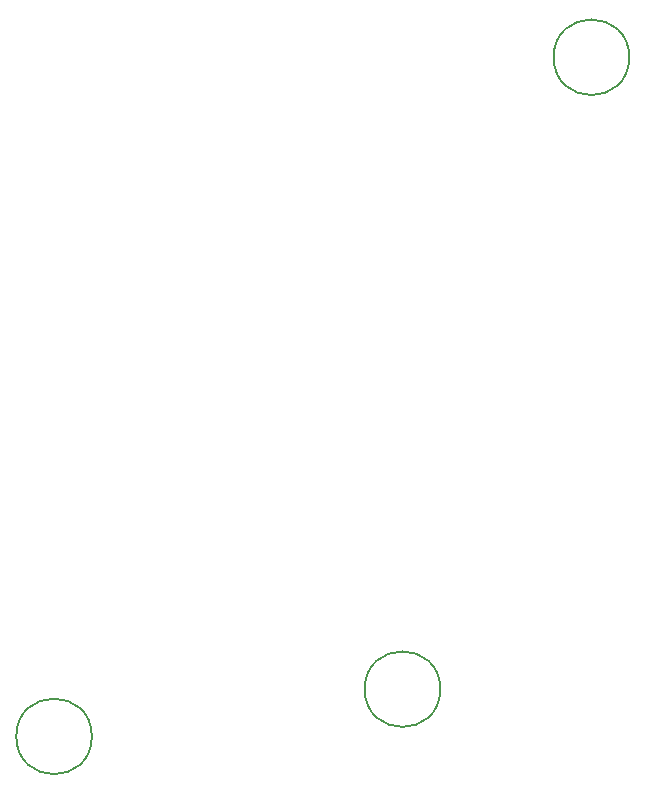
<source format=gbr>
%TF.GenerationSoftware,KiCad,Pcbnew,8.0.8-8.0.8-0~ubuntu24.04.1*%
%TF.CreationDate,2025-02-21T17:42:53-05:00*%
%TF.ProjectId,ChipigniteExplain,43686970-6967-46e6-9974-654578706c61,1.1*%
%TF.SameCoordinates,Original*%
%TF.FileFunction,Other,Comment*%
%FSLAX46Y46*%
G04 Gerber Fmt 4.6, Leading zero omitted, Abs format (unit mm)*
G04 Created by KiCad (PCBNEW 8.0.8-8.0.8-0~ubuntu24.04.1) date 2025-02-21 17:42:53*
%MOMM*%
%LPD*%
G01*
G04 APERTURE LIST*
%ADD10C,0.150000*%
G04 APERTURE END LIST*
D10*
%TO.C,H3*%
X102900000Y-26500000D02*
G75*
G02*
X96500000Y-26500000I-3200000J0D01*
G01*
X96500000Y-26500000D02*
G75*
G02*
X102900000Y-26500000I3200000J0D01*
G01*
%TO.C,H1*%
X57400000Y-84000000D02*
G75*
G02*
X51000000Y-84000000I-3200000J0D01*
G01*
X51000000Y-84000000D02*
G75*
G02*
X57400000Y-84000000I3200000J0D01*
G01*
%TO.C,H2*%
X86900000Y-80000000D02*
G75*
G02*
X80500000Y-80000000I-3200000J0D01*
G01*
X80500000Y-80000000D02*
G75*
G02*
X86900000Y-80000000I3200000J0D01*
G01*
%TD*%
M02*

</source>
